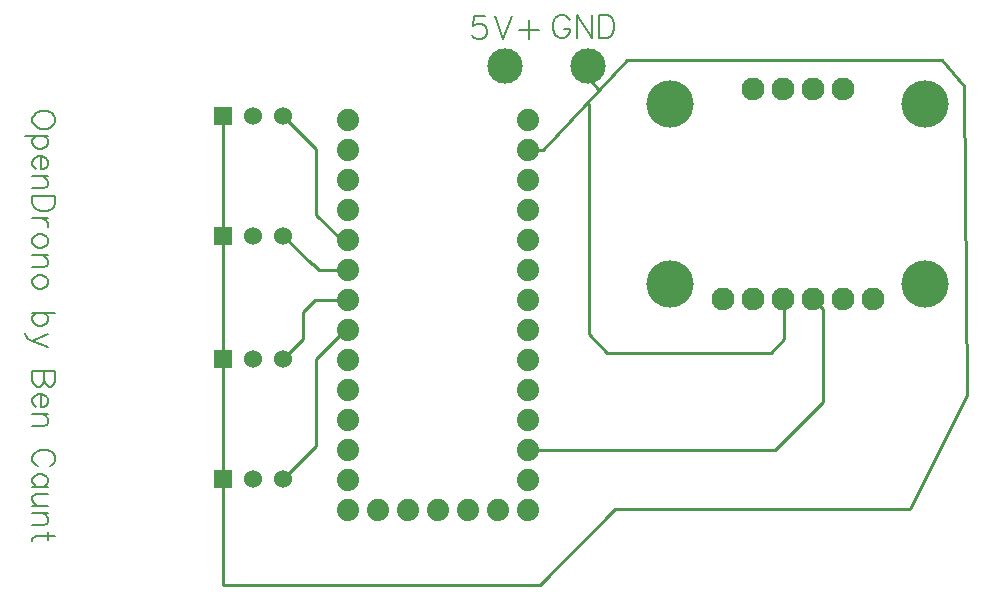
<source format=gtl>
G04 Layer: TopLayer*
G04 EasyEDA v6.4.7, 2020-12-21T22:23:32--5:00*
G04 5785efef075e4ba8b8defaa2645dbc96,facf1f7924c443e9b0c18128cc6508d2,10*
G04 Gerber Generator version 0.2*
G04 Scale: 100 percent, Rotated: No, Reflected: No *
G04 Dimensions in millimeters *
G04 leading zeros omitted , absolute positions ,3 integer and 3 decimal *
%FSLAX33Y33*%
%MOMM*%
G90*
D02*

%ADD10C,0.254000*%
%ADD11C,0.202997*%
%ADD12C,2.999994*%
%ADD13C,3.999992*%
%ADD14C,1.930400*%
%ADD16C,1.524000*%
%ADD17C,1.879600*%

%LPD*%
G54D10*
G01X53594Y15748D02*
G01X74549Y15748D01*
G01X78613Y19812D01*
G01X78613Y27686D01*
G01X77724Y28575D01*
G01X27813Y33909D02*
G01X27813Y44069D01*
G01X27813Y23495D02*
G01X27813Y33909D01*
G01X85915Y10731D02*
G01X61023Y10731D01*
G01X54610Y4318D01*
G01X27813Y4318D01*
G01X27813Y23495D01*
G01X38354Y33528D02*
G01X37846Y33528D01*
G01X35687Y35687D01*
G01X35687Y41275D01*
G01X32893Y44069D01*
G01X38354Y30988D02*
G01X35941Y30988D01*
G01X35433Y31496D01*
G01X35306Y31496D01*
G01X32893Y33909D01*
G01X38354Y28448D02*
G01X35560Y28448D01*
G01X34544Y27432D01*
G01X34544Y25146D01*
G01X32893Y23495D01*
G01X38354Y25908D02*
G01X38100Y25908D01*
G01X35687Y23495D01*
G01X35687Y16129D01*
G01X32893Y13335D01*
G01X58753Y45037D02*
G01X58753Y25574D01*
G01X60325Y24003D01*
G01X74168Y24003D01*
G01X75311Y25146D01*
G01X75311Y28448D01*
G01X75184Y28575D01*
G01X53594Y41148D02*
G01X54864Y41148D01*
G01X61976Y48768D01*
G01X88646Y48768D01*
G01X90551Y46609D01*
G01X90805Y20447D01*
G01X85979Y10795D01*
G01X58674Y48260D02*
G01X58674Y47244D01*
G01X59563Y46355D01*
G54D11*
G01X13606Y43896D02*
G01X13515Y44081D01*
G01X13329Y44264D01*
G01X13144Y44358D01*
G01X12867Y44450D01*
G01X12407Y44450D01*
G01X12128Y44358D01*
G01X11945Y44264D01*
G01X11760Y44081D01*
G01X11668Y43896D01*
G01X11668Y43525D01*
G01X11760Y43342D01*
G01X11945Y43157D01*
G01X12128Y43065D01*
G01X12407Y42971D01*
G01X12867Y42971D01*
G01X13144Y43065D01*
G01X13329Y43157D01*
G01X13515Y43342D01*
G01X13606Y43525D01*
G01X13606Y43896D01*
G01X12961Y42362D02*
G01X11021Y42362D01*
G01X12684Y42362D02*
G01X12867Y42176D01*
G01X12961Y41993D01*
G01X12961Y41716D01*
G01X12867Y41531D01*
G01X12684Y41346D01*
G01X12407Y41254D01*
G01X12222Y41254D01*
G01X11945Y41346D01*
G01X11760Y41531D01*
G01X11668Y41716D01*
G01X11668Y41993D01*
G01X11760Y42176D01*
G01X11945Y42362D01*
G01X12407Y40645D02*
G01X12407Y39535D01*
G01X12590Y39535D01*
G01X12776Y39629D01*
G01X12867Y39720D01*
G01X12961Y39905D01*
G01X12961Y40182D01*
G01X12867Y40368D01*
G01X12684Y40551D01*
G01X12407Y40645D01*
G01X12222Y40645D01*
G01X11945Y40551D01*
G01X11760Y40368D01*
G01X11668Y40182D01*
G01X11668Y39905D01*
G01X11760Y39720D01*
G01X11945Y39535D01*
G01X12961Y38925D02*
G01X11668Y38925D01*
G01X12590Y38925D02*
G01X12867Y38648D01*
G01X12961Y38465D01*
G01X12961Y38188D01*
G01X12867Y38003D01*
G01X12590Y37909D01*
G01X11668Y37909D01*
G01X13606Y37299D02*
G01X11668Y37299D01*
G01X13606Y37299D02*
G01X13606Y36654D01*
G01X13515Y36377D01*
G01X13329Y36192D01*
G01X13144Y36101D01*
G01X12867Y36007D01*
G01X12407Y36007D01*
G01X12128Y36101D01*
G01X11945Y36192D01*
G01X11760Y36377D01*
G01X11668Y36654D01*
G01X11668Y37299D01*
G01X12961Y35397D02*
G01X11668Y35397D01*
G01X12407Y35397D02*
G01X12684Y35306D01*
G01X12867Y35120D01*
G01X12961Y34937D01*
G01X12961Y34658D01*
G01X12961Y33588D02*
G01X12867Y33771D01*
G01X12684Y33957D01*
G01X12407Y34048D01*
G01X12222Y34048D01*
G01X11945Y33957D01*
G01X11760Y33771D01*
G01X11668Y33588D01*
G01X11668Y33312D01*
G01X11760Y33126D01*
G01X11945Y32941D01*
G01X12222Y32849D01*
G01X12407Y32849D01*
G01X12684Y32941D01*
G01X12867Y33126D01*
G01X12961Y33312D01*
G01X12961Y33588D01*
G01X12961Y32240D02*
G01X11668Y32240D01*
G01X12590Y32240D02*
G01X12867Y31963D01*
G01X12961Y31777D01*
G01X12961Y31501D01*
G01X12867Y31315D01*
G01X12590Y31224D01*
G01X11668Y31224D01*
G01X12961Y30152D02*
G01X12867Y30337D01*
G01X12684Y30520D01*
G01X12407Y30614D01*
G01X12222Y30614D01*
G01X11945Y30520D01*
G01X11760Y30337D01*
G01X11668Y30152D01*
G01X11668Y29875D01*
G01X11760Y29690D01*
G01X11945Y29504D01*
G01X12222Y29413D01*
G01X12407Y29413D01*
G01X12684Y29504D01*
G01X12867Y29690D01*
G01X12961Y29875D01*
G01X12961Y30152D01*
G01X13606Y27381D02*
G01X11668Y27381D01*
G01X12684Y27381D02*
G01X12867Y27195D01*
G01X12961Y27012D01*
G01X12961Y26733D01*
G01X12867Y26550D01*
G01X12684Y26365D01*
G01X12407Y26273D01*
G01X12222Y26273D01*
G01X11945Y26365D01*
G01X11760Y26550D01*
G01X11668Y26733D01*
G01X11668Y27012D01*
G01X11760Y27195D01*
G01X11945Y27381D01*
G01X12961Y25570D02*
G01X11668Y25016D01*
G01X12961Y24462D02*
G01X11668Y25016D01*
G01X11297Y25201D01*
G01X11112Y25387D01*
G01X11021Y25570D01*
G01X11021Y25664D01*
G01X13606Y22430D02*
G01X11668Y22430D01*
G01X13606Y22430D02*
G01X13606Y21600D01*
G01X13515Y21323D01*
G01X13423Y21229D01*
G01X13238Y21137D01*
G01X13053Y21137D01*
G01X12867Y21229D01*
G01X12776Y21323D01*
G01X12684Y21600D01*
G01X12684Y22430D02*
G01X12684Y21600D01*
G01X12590Y21323D01*
G01X12499Y21229D01*
G01X12313Y21137D01*
G01X12037Y21137D01*
G01X11851Y21229D01*
G01X11760Y21323D01*
G01X11668Y21600D01*
G01X11668Y22430D01*
G01X12407Y20528D02*
G01X12407Y19418D01*
G01X12590Y19418D01*
G01X12776Y19512D01*
G01X12867Y19603D01*
G01X12961Y19789D01*
G01X12961Y20066D01*
G01X12867Y20251D01*
G01X12684Y20434D01*
G01X12407Y20528D01*
G01X12222Y20528D01*
G01X11945Y20434D01*
G01X11760Y20251D01*
G01X11668Y20066D01*
G01X11668Y19789D01*
G01X11760Y19603D01*
G01X11945Y19418D01*
G01X12961Y18808D02*
G01X11668Y18808D01*
G01X12590Y18808D02*
G01X12867Y18531D01*
G01X12961Y18348D01*
G01X12961Y18072D01*
G01X12867Y17886D01*
G01X12590Y17792D01*
G01X11668Y17792D01*
G01X13144Y14376D02*
G01X13329Y14467D01*
G01X13515Y14653D01*
G01X13606Y14838D01*
G01X13606Y15206D01*
G01X13515Y15392D01*
G01X13329Y15577D01*
G01X13144Y15669D01*
G01X12867Y15760D01*
G01X12407Y15760D01*
G01X12128Y15669D01*
G01X11945Y15577D01*
G01X11760Y15392D01*
G01X11668Y15206D01*
G01X11668Y14838D01*
G01X11760Y14653D01*
G01X11945Y14467D01*
G01X12128Y14376D01*
G01X12961Y12659D02*
G01X11668Y12659D01*
G01X12684Y12659D02*
G01X12867Y12842D01*
G01X12961Y13027D01*
G01X12961Y13304D01*
G01X12867Y13489D01*
G01X12684Y13675D01*
G01X12407Y13766D01*
G01X12222Y13766D01*
G01X11945Y13675D01*
G01X11760Y13489D01*
G01X11668Y13304D01*
G01X11668Y13027D01*
G01X11760Y12842D01*
G01X11945Y12659D01*
G01X12961Y12049D02*
G01X12037Y12049D01*
G01X11760Y11955D01*
G01X11668Y11772D01*
G01X11668Y11493D01*
G01X11760Y11310D01*
G01X12037Y11033D01*
G01X12961Y11033D02*
G01X11668Y11033D01*
G01X12961Y10424D02*
G01X11668Y10424D01*
G01X12590Y10424D02*
G01X12867Y10147D01*
G01X12961Y9961D01*
G01X12961Y9685D01*
G01X12867Y9499D01*
G01X12590Y9408D01*
G01X11668Y9408D01*
G01X13606Y8521D02*
G01X12037Y8521D01*
G01X11760Y8427D01*
G01X11668Y8242D01*
G01X11668Y8059D01*
G01X12961Y8798D02*
G01X12961Y8150D01*
G01X50002Y52468D02*
G01X49080Y52468D01*
G01X48986Y51638D01*
G01X49080Y51729D01*
G01X49357Y51823D01*
G01X49634Y51823D01*
G01X49911Y51729D01*
G01X50096Y51546D01*
G01X50187Y51269D01*
G01X50187Y51084D01*
G01X50096Y50807D01*
G01X49911Y50622D01*
G01X49634Y50530D01*
G01X49357Y50530D01*
G01X49080Y50622D01*
G01X48986Y50713D01*
G01X48895Y50899D01*
G01X50797Y52468D02*
G01X51536Y50530D01*
G01X52275Y52468D02*
G01X51536Y50530D01*
G01X53715Y52191D02*
G01X53715Y50530D01*
G01X52885Y51361D02*
G01X54546Y51361D01*
G01X57137Y52133D02*
G01X57045Y52318D01*
G01X56860Y52504D01*
G01X56677Y52595D01*
G01X56306Y52595D01*
G01X56121Y52504D01*
G01X55938Y52318D01*
G01X55844Y52133D01*
G01X55753Y51856D01*
G01X55753Y51396D01*
G01X55844Y51117D01*
G01X55938Y50934D01*
G01X56121Y50749D01*
G01X56306Y50657D01*
G01X56677Y50657D01*
G01X56860Y50749D01*
G01X57045Y50934D01*
G01X57137Y51117D01*
G01X57137Y51396D01*
G01X56677Y51396D02*
G01X57137Y51396D01*
G01X57746Y52595D02*
G01X57746Y50657D01*
G01X57746Y52595D02*
G01X59042Y50657D01*
G01X59042Y52595D02*
G01X59042Y50657D01*
G01X59651Y52595D02*
G01X59651Y50657D01*
G01X59651Y52595D02*
G01X60297Y52595D01*
G01X60573Y52504D01*
G01X60759Y52318D01*
G01X60850Y52133D01*
G01X60944Y51856D01*
G01X60944Y51396D01*
G01X60850Y51117D01*
G01X60759Y50934D01*
G01X60573Y50749D01*
G01X60297Y50657D01*
G01X59651Y50657D01*
G54D12*
G01X51689Y48260D03*
G01X58674Y48260D03*
G54D13*
G01X65659Y45085D03*
G01X65659Y29845D03*
G54D14*
G01X82804Y28575D03*
G01X80264Y28575D03*
G01X77724Y28575D03*
G01X75184Y28575D03*
G01X72644Y28575D03*
G01X70104Y28575D03*
G01X80264Y46355D03*
G01X77724Y46355D03*
G01X75184Y46355D03*
G01X72644Y46355D03*
G54D13*
G01X87249Y45085D03*
G01X87249Y29845D03*
G36*
G01X27051Y14097D02*
G01X28575Y14097D01*
G01X28575Y12573D01*
G01X27051Y12573D01*
G01X27051Y14097D01*
G37*
G54D16*
G01X30353Y13335D03*
G01X32893Y13335D03*
G36*
G01X27051Y24257D02*
G01X28575Y24257D01*
G01X28575Y22733D01*
G01X27051Y22733D01*
G01X27051Y24257D01*
G37*
G01X30353Y23495D03*
G01X32893Y23495D03*
G36*
G01X27051Y34671D02*
G01X28575Y34671D01*
G01X28575Y33147D01*
G01X27051Y33147D01*
G01X27051Y34671D01*
G37*
G01X30353Y33909D03*
G01X32893Y33909D03*
G36*
G01X27051Y44831D02*
G01X28575Y44831D01*
G01X28575Y43307D01*
G01X27051Y43307D01*
G01X27051Y44831D01*
G37*
G01X30353Y44069D03*
G01X32893Y44069D03*
G54D17*
G01X38354Y43688D03*
G01X38354Y41148D03*
G01X38354Y38608D03*
G01X38354Y36068D03*
G01X38354Y33528D03*
G01X38354Y30988D03*
G01X38354Y28448D03*
G01X38354Y25908D03*
G01X38354Y23368D03*
G01X38354Y20828D03*
G01X38354Y18288D03*
G01X38354Y15748D03*
G01X38354Y13208D03*
G01X38354Y10668D03*
G01X40894Y10668D03*
G01X43434Y10668D03*
G01X45974Y10668D03*
G01X48514Y10668D03*
G01X51054Y10668D03*
G01X53594Y10668D03*
G01X53594Y13208D03*
G01X53594Y15748D03*
G01X53594Y18288D03*
G01X53594Y20828D03*
G01X53594Y23368D03*
G01X53594Y25908D03*
G01X53594Y28448D03*
G01X53594Y30988D03*
G01X53594Y33528D03*
G01X53594Y36068D03*
G01X53594Y38608D03*
G01X53594Y41148D03*
G01X53594Y43688D03*
M00*
M02*

</source>
